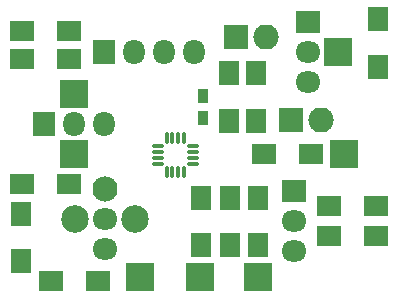
<source format=gts>
%TF.GenerationSoftware,KiCad,Pcbnew,4.0.4+e1-6308~48~ubuntu16.04.1-stable*%
%TF.CreationDate,2016-10-27T02:57:42-07:00*%
%TF.ProjectId,CY8CMBR2044,435938434D4252323034342E6B696361,rev?*%
%TF.FileFunction,Soldermask,Top*%
%FSLAX46Y46*%
G04 Gerber Fmt 4.6, Leading zero omitted, Abs format (unit mm)*
G04 Created by KiCad (PCBNEW 4.0.4+e1-6308~48~ubuntu16.04.1-stable) date Thu Oct 27 02:57:42 2016*
%MOMM*%
%LPD*%
G01*
G04 APERTURE LIST*
%ADD10C,0.100000*%
%ADD11R,1.700000X2.100000*%
%ADD12R,0.850000X1.300000*%
%ADD13R,2.132000X2.132000*%
%ADD14O,2.132000X2.132000*%
%ADD15R,2.335200X2.335200*%
%ADD16R,2.132000X1.827200*%
%ADD17O,2.132000X1.827200*%
%ADD18C,2.335200*%
%ADD19C,2.132000*%
%ADD20R,1.827200X2.132000*%
%ADD21O,1.827200X2.132000*%
%ADD22R,1.800000X2.100000*%
%ADD23R,2.100000X1.800000*%
%ADD24O,1.050000X0.350000*%
%ADD25O,0.350000X1.050000*%
G04 APERTURE END LIST*
D10*
D11*
X152332400Y-101979400D03*
X152332400Y-97979400D03*
X150032400Y-101979400D03*
X150032400Y-97979400D03*
D12*
X147828000Y-99872800D03*
X147828000Y-101772800D03*
D13*
X150622000Y-94894400D03*
D14*
X153162000Y-94894400D03*
D15*
X159258000Y-96189800D03*
D16*
X156718000Y-93649800D03*
D17*
X156718000Y-96189800D03*
X156718000Y-98729800D03*
D15*
X159766000Y-104838500D03*
X152463500Y-115189000D03*
X147574000Y-115189000D03*
X142494000Y-115189000D03*
D18*
X142087600Y-110324900D03*
D19*
X139547600Y-107784900D03*
D17*
X139547600Y-110324900D03*
X139547600Y-112864900D03*
D18*
X137007600Y-110324900D03*
D20*
X139446000Y-96139000D03*
D21*
X141986000Y-96139000D03*
X144526000Y-96139000D03*
X147066000Y-96139000D03*
D15*
X136931400Y-99758500D03*
D20*
X134391400Y-102298500D03*
D21*
X136931400Y-102298500D03*
X139471400Y-102298500D03*
D15*
X136931400Y-104838500D03*
D16*
X155498800Y-107937300D03*
D17*
X155498800Y-110477300D03*
X155498800Y-113017300D03*
D22*
X162610800Y-97409000D03*
X162610800Y-93409000D03*
D23*
X152972000Y-104838500D03*
X156972000Y-104838500D03*
D22*
X152527000Y-108521500D03*
X152527000Y-112521500D03*
X150114000Y-108521500D03*
X150114000Y-112521500D03*
X147701000Y-108521500D03*
X147701000Y-112521500D03*
D23*
X136499600Y-107315000D03*
X132499600Y-107315000D03*
X138938000Y-115570000D03*
X134938000Y-115570000D03*
D22*
X132410200Y-109880400D03*
X132410200Y-113880400D03*
D23*
X136525000Y-94361000D03*
X132525000Y-94361000D03*
X136525000Y-96748600D03*
X132525000Y-96748600D03*
X162496000Y-111760000D03*
X158496000Y-111760000D03*
X158496000Y-109220000D03*
X162496000Y-109220000D03*
D13*
X155244800Y-101904800D03*
D14*
X157784800Y-101904800D03*
D24*
X144050000Y-104150000D03*
X144050000Y-104650000D03*
X144050000Y-105150000D03*
X144050000Y-105650000D03*
D25*
X144750000Y-106350000D03*
X145250000Y-106350000D03*
X145750000Y-106350000D03*
X146250000Y-106350000D03*
D24*
X146950000Y-105650000D03*
X146950000Y-105150000D03*
X146950000Y-104650000D03*
X146950000Y-104150000D03*
D25*
X146250000Y-103450000D03*
X145750000Y-103450000D03*
X145250000Y-103450000D03*
X144750000Y-103450000D03*
M02*

</source>
